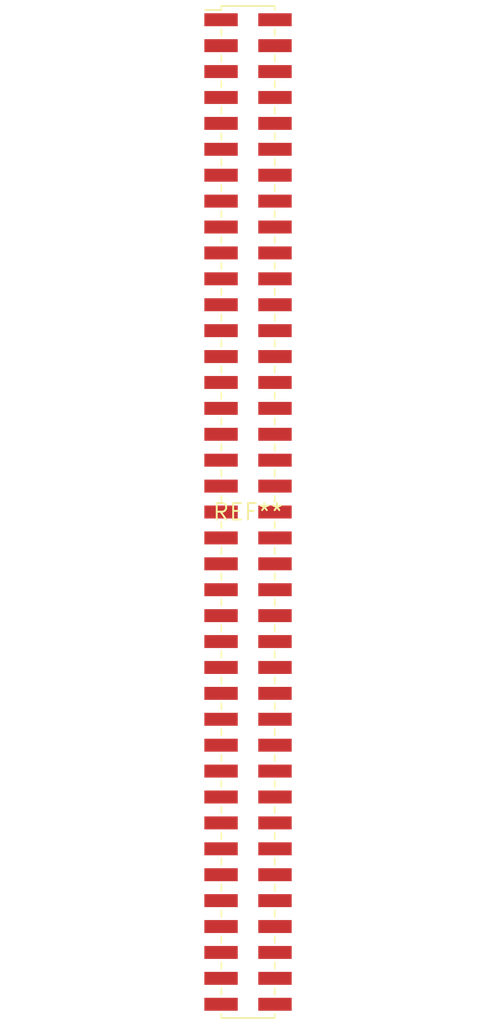
<source format=kicad_pcb>
(kicad_pcb (version 20240108) (generator pcbnew)
  (layers (0 "F.Cu" signal) (31 "B.Cu" signal) (34 "B.Paste" user) (35 "F.Paste" user) (36 "B.SilkS" user "B.Silkscreen") (37 "F.SilkS" user "F.Silkscreen") (38 "B.Mask" user) (39 "F.Mask" user) (44 "Edge.Cuts" user))
  (net 0 "")
  (footprint "PinHeader_2x39_P2.00mm_Vertical_SMD" (layer "F.Cu") (at 0 0)
    (property "Reference" "REF**")
    (property "Value" "PinHeader_2x39_P2.00mm_Vertical_SMD")
    (fp_line (start -3.315 -38.76) (end -2.06 -38.76) (layer "F.SilkS") (stroke (width 0.12)))
    (fp_line (start -2.06 -39.06) (end -2.06 -38.76) (layer "F.SilkS") (stroke (width 0.12)))
    (fp_line (start -2.06 -39.06) (end 2.06 -39.06) (layer "F.SilkS") (stroke (width 0.12)))
    (fp_line (start -2.06 -37.24) (end -2.06 -36.76) (layer "F.SilkS") (stroke (width 0.12)))
    (fp_line (start -2.06 -35.24) (end -2.06 -34.76) (layer "F.SilkS") (stroke (width 0.12)))
    (fp_line (start -2.06 -33.24) (end -2.06 -32.76) (layer "F.SilkS") (stroke (width 0.12)))
    (fp_line (start -2.06 -31.24) (end -2.06 -30.76) (layer "F.SilkS") (stroke (width 0.12)))
    (fp_line (start -2.06 -29.24) (end -2.06 -28.76) (layer "F.SilkS") (stroke (width 0.12)))
    (fp_line (start -2.06 -27.24) (end -2.06 -26.76) (layer "F.SilkS") (stroke (width 0.12)))
    (fp_line (start -2.06 -25.24) (end -2.06 -24.76) (layer "F.SilkS") (stroke (width 0.12)))
    (fp_line (start -2.06 -23.24) (end -2.06 -22.76) (layer "F.SilkS") (stroke (width 0.12)))
    (fp_line (start -2.06 -21.24) (end -2.06 -20.76) (layer "F.SilkS") (stroke (width 0.12)))
    (fp_line (start -2.06 -19.24) (end -2.06 -18.76) (layer "F.SilkS") (stroke (width 0.12)))
    (fp_line (start -2.06 -17.24) (end -2.06 -16.76) (layer "F.SilkS") (stroke (width 0.12)))
    (fp_line (start -2.06 -15.24) (end -2.06 -14.76) (layer "F.SilkS") (stroke (width 0.12)))
    (fp_line (start -2.06 -13.24) (end -2.06 -12.76) (layer "F.SilkS") (stroke (width 0.12)))
    (fp_line (start -2.06 -11.24) (end -2.06 -10.76) (layer "F.SilkS") (stroke (width 0.12)))
    (fp_line (start -2.06 -9.24) (end -2.06 -8.76) (layer "F.SilkS") (stroke (width 0.12)))
    (fp_line (start -2.06 -7.24) (end -2.06 -6.76) (layer "F.SilkS") (stroke (width 0.12)))
    (fp_line (start -2.06 -5.24) (end -2.06 -4.76) (layer "F.SilkS") (stroke (width 0.12)))
    (fp_line (start -2.06 -3.24) (end -2.06 -2.76) (layer "F.SilkS") (stroke (width 0.12)))
    (fp_line (start -2.06 -1.24) (end -2.06 -0.76) (layer "F.SilkS") (stroke (width 0.12)))
    (fp_line (start -2.06 0.76) (end -2.06 1.24) (layer "F.SilkS") (stroke (width 0.12)))
    (fp_line (start -2.06 2.76) (end -2.06 3.24) (layer "F.SilkS") (stroke (width 0.12)))
    (fp_line (start -2.06 4.76) (end -2.06 5.24) (layer "F.SilkS") (stroke (width 0.12)))
    (fp_line (start -2.06 6.76) (end -2.06 7.24) (layer "F.SilkS") (stroke (width 0.12)))
    (fp_line (start -2.06 8.76) (end -2.06 9.24) (layer "F.SilkS") (stroke (width 0.12)))
    (fp_line (start -2.06 10.76) (end -2.06 11.24) (layer "F.SilkS") (stroke (width 0.12)))
    (fp_line (start -2.06 12.76) (end -2.06 13.24) (layer "F.SilkS") (stroke (width 0.12)))
    (fp_line (start -2.06 14.76) (end -2.06 15.24) (layer "F.SilkS") (stroke (width 0.12)))
    (fp_line (start -2.06 16.76) (end -2.06 17.24) (layer "F.SilkS") (stroke (width 0.12)))
    (fp_line (start -2.06 18.76) (end -2.06 19.24) (layer "F.SilkS") (stroke (width 0.12)))
    (fp_line (start -2.06 20.76) (end -2.06 21.24) (layer "F.SilkS") (stroke (width 0.12)))
    (fp_line (start -2.06 22.76) (end -2.06 23.24) (layer "F.SilkS") (stroke (width 0.12)))
    (fp_line (start -2.06 24.76) (end -2.06 25.24) (layer "F.SilkS") (stroke (width 0.12)))
    (fp_line (start -2.06 26.76) (end -2.06 27.24) (layer "F.SilkS") (stroke (width 0.12)))
    (fp_line (start -2.06 28.76) (end -2.06 29.24) (layer "F.SilkS") (stroke (width 0.12)))
    (fp_line (start -2.06 30.76) (end -2.06 31.24) (layer "F.SilkS") (stroke (width 0.12)))
    (fp_line (start -2.06 32.76) (end -2.06 33.24) (layer "F.SilkS") (stroke (width 0.12)))
    (fp_line (start -2.06 34.76) (end -2.06 35.24) (layer "F.SilkS") (stroke (width 0.12)))
    (fp_line (start -2.06 36.76) (end -2.06 37.24) (layer "F.SilkS") (stroke (width 0.12)))
    (fp_line (start -2.06 38.76) (end -2.06 39.06) (layer "F.SilkS") (stroke (width 0.12)))
    (fp_line (start -2.06 39.06) (end 2.06 39.06) (layer "F.SilkS") (stroke (width 0.12)))
    (fp_line (start 2.06 -39.06) (end 2.06 -38.76) (layer "F.SilkS") (stroke (width 0.12)))
    (fp_line (start 2.06 -37.24) (end 2.06 -36.76) (layer "F.SilkS") (stroke (width 0.12)))
    (fp_line (start 2.06 -35.24) (end 2.06 -34.76) (layer "F.SilkS") (stroke (width 0.12)))
    (fp_line (start 2.06 -33.24) (end 2.06 -32.76) (layer "F.SilkS") (stroke (width 0.12)))
    (fp_line (start 2.06 -31.24) (end 2.06 -30.76) (layer "F.SilkS") (stroke (width 0.12)))
    (fp_line (start 2.06 -29.24) (end 2.06 -28.76) (layer "F.SilkS") (stroke (width 0.12)))
    (fp_line (start 2.06 -27.24) (end 2.06 -26.76) (layer "F.SilkS") (stroke (width 0.12)))
    (fp_line (start 2.06 -25.24) (end 2.06 -24.76) (layer "F.SilkS") (stroke (width 0.12)))
    (fp_line (start 2.06 -23.24) (end 2.06 -22.76) (layer "F.SilkS") (stroke (width 0.12)))
    (fp_line (start 2.06 -21.24) (end 2.06 -20.76) (layer "F.SilkS") (stroke (width 0.12)))
    (fp_line (start 2.06 -19.24) (end 2.06 -18.76) (layer "F.SilkS") (stroke (width 0.12)))
    (fp_line (start 2.06 -17.24) (end 2.06 -16.76) (layer "F.SilkS") (stroke (width 0.12)))
    (fp_line (start 2.06 -15.24) (end 2.06 -14.76) (layer "F.SilkS") (stroke (width 0.12)))
    (fp_line (start 2.06 -13.24) (end 2.06 -12.76) (layer "F.SilkS") (stroke (width 0.12)))
    (fp_line (start 2.06 -11.24) (end 2.06 -10.76) (layer "F.SilkS") (stroke (width 0.12)))
    (fp_line (start 2.06 -9.24) (end 2.06 -8.76) (layer "F.SilkS") (stroke (width 0.12)))
    (fp_line (start 2.06 -7.24) (end 2.06 -6.76) (layer "F.SilkS") (stroke (width 0.12)))
    (fp_line (start 2.06 -5.24) (end 2.06 -4.76) (layer "F.SilkS") (stroke (width 0.12)))
    (fp_line (start 2.06 -3.24) (end 2.06 -2.76) (layer "F.SilkS") (stroke (width 0.12)))
    (fp_line (start 2.06 -1.24) (end 2.06 -0.76) (layer "F.SilkS") (stroke (width 0.12)))
    (fp_line (start 2.06 0.76) (end 2.06 1.24) (layer "F.SilkS") (stroke (width 0.12)))
    (fp_line (start 2.06 2.76) (end 2.06 3.24) (layer "F.SilkS") (stroke (width 0.12)))
    (fp_line (start 2.06 4.76) (end 2.06 5.24) (layer "F.SilkS") (stroke (width 0.12)))
    (fp_line (start 2.06 6.76) (end 2.06 7.24) (layer "F.SilkS") (stroke (width 0.12)))
    (fp_line (start 2.06 8.76) (end 2.06 9.24) (layer "F.SilkS") (stroke (width 0.12)))
    (fp_line (start 2.06 10.76) (end 2.06 11.24) (layer "F.SilkS") (stroke (width 0.12)))
    (fp_line (start 2.06 12.76) (end 2.06 13.24) (layer "F.SilkS") (stroke (width 0.12)))
    (fp_line (start 2.06 14.76) (end 2.06 15.24) (layer "F.SilkS") (stroke (width 0.12)))
    (fp_line (start 2.06 16.76) (end 2.06 17.24) (layer "F.SilkS") (stroke (width 0.12)))
    (fp_line (start 2.06 18.76) (end 2.06 19.24) (layer "F.SilkS") (stroke (width 0.12)))
    (fp_line (start 2.06 20.76) (end 2.06 21.24) (layer "F.SilkS") (stroke (width 0.12)))
    (fp_line (start 2.06 22.76) (end 2.06 23.24) (layer "F.SilkS") (stroke (width 0.12)))
    (fp_line (start 2.06 24.76) (end 2.06 25.24) (layer "F.SilkS") (stroke (width 0.12)))
    (fp_line (start 2.06 26.76) (end 2.06 27.24) (layer "F.SilkS") (stroke (width 0.12)))
    (fp_line (start 2.06 28.76) (end 2.06 29.24) (layer "F.SilkS") (stroke (width 0.12)))
    (fp_line (start 2.06 30.76) (end 2.06 31.24) (layer "F.SilkS") (stroke (width 0.12)))
    (fp_line (start 2.06 32.76) (end 2.06 33.24) (layer "F.SilkS") (stroke (width 0.12)))
    (fp_line (start 2.06 34.76) (end 2.06 35.24) (layer "F.SilkS") (stroke (width 0.12)))
    (fp_line (start 2.06 36.76) (end 2.06 37.24) (layer "F.SilkS") (stroke (width 0.12)))
    (fp_line (start 2.06 38.76) (end 2.06 39.06) (layer "F.SilkS") (stroke (width 0.12)))
    (pad "1" smd rect (at -2.085 -38) (size 2.58 1) (layers "F.Cu" "F.Paste" "F.Mask"))
    (pad "2" smd rect (at 2.085 -38) (size 2.58 1) (layers "F.Cu" "F.Paste" "F.Mask"))
    (pad "3" smd rect (at -2.085 -36) (size 2.58 1) (layers "F.Cu" "F.Paste" "F.Mask"))
    (pad "4" smd rect (at 2.085 -36) (size 2.58 1) (layers "F.Cu" "F.Paste" "F.Mask"))
    (pad "5" smd rect (at -2.085 -34) (size 2.58 1) (layers "F.Cu" "F.Paste" "F.Mask"))
    (pad "6" smd rect (at 2.085 -34) (size 2.58 1) (layers "F.Cu" "F.Paste" "F.Mask"))
    (pad "7" smd rect (at -2.085 -32) (size 2.58 1) (layers "F.Cu" "F.Paste" "F.Mask"))
    (pad "8" smd rect (at 2.085 -32) (size 2.58 1) (layers "F.Cu" "F.Paste" "F.Mask"))
    (pad "9" smd rect (at -2.085 -30) (size 2.58 1) (layers "F.Cu" "F.Paste" "F.Mask"))
    (pad "10" smd rect (at 2.085 -30) (size 2.58 1) (layers "F.Cu" "F.Paste" "F.Mask"))
    (pad "11" smd rect (at -2.085 -28) (size 2.58 1) (layers "F.Cu" "F.Paste" "F.Mask"))
    (pad "12" smd rect (at 2.085 -28) (size 2.58 1) (layers "F.Cu" "F.Paste" "F.Mask"))
    (pad "13" smd rect (at -2.085 -26) (size 2.58 1) (layers "F.Cu" "F.Paste" "F.Mask"))
    (pad "14" smd rect (at 2.085 -26) (size 2.58 1) (layers "F.Cu" "F.Paste" "F.Mask"))
    (pad "15" smd rect (at -2.085 -24) (size 2.58 1) (layers "F.Cu" "F.Paste" "F.Mask"))
    (pad "16" smd rect (at 2.085 -24) (size 2.58 1) (layers "F.Cu" "F.Paste" "F.Mask"))
    (pad "17" smd rect (at -2.085 -22) (size 2.58 1) (layers "F.Cu" "F.Paste" "F.Mask"))
    (pad "18" smd rect (at 2.085 -22) (size 2.58 1) (layers "F.Cu" "F.Paste" "F.Mask"))
    (pad "19" smd rect (at -2.085 -20) (size 2.58 1) (layers "F.Cu" "F.Paste" "F.Mask"))
    (pad "20" smd rect (at 2.085 -20) (size 2.58 1) (layers "F.Cu" "F.Paste" "F.Mask"))
    (pad "21" smd rect (at -2.085 -18) (size 2.58 1) (layers "F.Cu" "F.Paste" "F.Mask"))
    (pad "22" smd rect (at 2.085 -18) (size 2.58 1) (layers "F.Cu" "F.Paste" "F.Mask"))
    (pad "23" smd rect (at -2.085 -16) (size 2.58 1) (layers "F.Cu" "F.Paste" "F.Mask"))
    (pad "24" smd rect (at 2.085 -16) (size 2.58 1) (layers "F.Cu" "F.Paste" "F.Mask"))
    (pad "25" smd rect (at -2.085 -14) (size 2.58 1) (layers "F.Cu" "F.Paste" "F.Mask"))
    (pad "26" smd rect (at 2.085 -14) (size 2.58 1) (layers "F.Cu" "F.Paste" "F.Mask"))
    (pad "27" smd rect (at -2.085 -12) (size 2.58 1) (layers "F.Cu" "F.Paste" "F.Mask"))
    (pad "28" smd rect (at 2.085 -12) (size 2.58 1) (layers "F.Cu" "F.Paste" "F.Mask"))
    (pad "29" smd rect (at -2.085 -10) (size 2.58 1) (layers "F.Cu" "F.Paste" "F.Mask"))
    (pad "30" smd rect (at 2.085 -10) (size 2.58 1) (layers "F.Cu" "F.Paste" "F.Mask"))
    (pad "31" smd rect (at -2.085 -8) (size 2.58 1) (layers "F.Cu" "F.Paste" "F.Mask"))
    (pad "32" smd rect (at 2.085 -8) (size 2.58 1) (layers "F.Cu" "F.Paste" "F.Mask"))
    (pad "33" smd rect (at -2.085 -6) (size 2.58 1) (layers "F.Cu" "F.Paste" "F.Mask"))
    (pad "34" smd rect (at 2.085 -6) (size 2.58 1) (layers "F.Cu" "F.Paste" "F.Mask"))
    (pad "35" smd rect (at -2.085 -4) (size 2.58 1) (layers "F.Cu" "F.Paste" "F.Mask"))
    (pad "36" smd rect (at 2.085 -4) (size 2.58 1) (layers "F.Cu" "F.Paste" "F.Mask"))
    (pad "37" smd rect (at -2.085 -2) (size 2.58 1) (layers "F.Cu" "F.Paste" "F.Mask"))
    (pad "38" smd rect (at 2.085 -2) (size 2.58 1) (layers "F.Cu" "F.Paste" "F.Mask"))
    (pad "39" smd rect (at -2.085 0) (size 2.58 1) (layers "F.Cu" "F.Paste" "F.Mask"))
    (pad "40" smd rect (at 2.085 0) (size 2.58 1) (layers "F.Cu" "F.Paste" "F.Mask"))
    (pad "41" smd rect (at -2.085 2) (size 2.58 1) (layers "F.Cu" "F.Paste" "F.Mask"))
    (pad "42" smd rect (at 2.085 2) (size 2.58 1) (layers "F.Cu" "F.Paste" "F.Mask"))
    (pad "43" smd rect (at -2.085 4) (size 2.58 1) (layers "F.Cu" "F.Paste" "F.Mask"))
    (pad "44" smd rect (at 2.085 4) (size 2.58 1) (layers "F.Cu" "F.Paste" "F.Mask"))
    (pad "45" smd rect (at -2.085 6) (size 2.58 1) (layers "F.Cu" "F.Paste" "F.Mask"))
    (pad "46" smd rect (at 2.085 6) (size 2.58 1) (layers "F.Cu" "F.Paste" "F.Mask"))
    (pad "47" smd rect (at -2.085 8) (size 2.58 1) (layers "F.Cu" "F.Paste" "F.Mask"))
    (pad "48" smd rect (at 2.085 8) (size 2.58 1) (layers "F.Cu" "F.Paste" "F.Mask"))
    (pad "49" smd rect (at -2.085 10) (size 2.58 1) (layers "F.Cu" "F.Paste" "F.Mask"))
    (pad "50" smd rect (at 2.085 10) (size 2.58 1) (layers "F.Cu" "F.Paste" "F.Mask"))
    (pad "51" smd rect (at -2.085 12) (size 2.58 1) (layers "F.Cu" "F.Paste" "F.Mask"))
    (pad "52" smd rect (at 2.085 12) (size 2.58 1) (layers "F.Cu" "F.Paste" "F.Mask"))
    (pad "53" smd rect (at -2.085 14) (size 2.58 1) (layers "F.Cu" "F.Paste" "F.Mask"))
    (pad "54" smd rect (at 2.085 14) (size 2.58 1) (layers "F.Cu" "F.Paste" "F.Mask"))
    (pad "55" smd rect (at -2.085 16) (size 2.58 1) (layers "F.Cu" "F.Paste" "F.Mask"))
    (pad "56" smd rect (at 2.085 16) (size 2.58 1) (layers "F.Cu" "F.Paste" "F.Mask"))
    (pad "57" smd rect (at -2.085 18) (size 2.58 1) (layers "F.Cu" "F.Paste" "F.Mask"))
    (pad "58" smd rect (at 2.085 18) (size 2.58 1) (layers "F.Cu" "F.Paste" "F.Mask"))
    (pad "59" smd rect (at -2.085 20) (size 2.58 1) (layers "F.Cu" "F.Paste" "F.Mask"))
    (pad "60" smd rect (at 2.085 20) (size 2.58 1) (layers "F.Cu" "F.Paste" "F.Mask"))
    (pad "61" smd rect (at -2.085 22) (size 2.58 1) (layers "F.Cu" "F.Paste" "F.Mask"))
    (pad "62" smd rect (at 2.085 22) (size 2.58 1) (layers "F.Cu" "F.Paste" "F.Mask"))
    (pad "63" smd rect (at -2.085 24) (size 2.58 1) (layers "F.Cu" "F.Paste" "F.Mask"))
    (pad "64" smd rect (at 2.085 24) (size 2.58 1) (layers "F.Cu" "F.Paste" "F.Mask"))
    (pad "65" smd rect (at -2.085 26) (size 2.58 1) (layers "F.Cu" "F.Paste" "F.Mask"))
    (pad "66" smd rect (at 2.085 26) (size 2.58 1) (layers "F.Cu" "F.Paste" "F.Mask"))
    (pad "67" smd rect (at -2.085 28) (size 2.58 1) (layers "F.Cu" "F.Paste" "F.Mask"))
    (pad "68" smd rect (at 2.085 28) (size 2.58 1) (layers "F.Cu" "F.Paste" "F.Mask"))
    (pad "69" smd rect (at -2.085 30) (size 2.58 1) (layers "F.Cu" "F.Paste" "F.Mask"))
    (pad "70" smd rect (at 2.085 30) (size 2.58 1) (layers "F.Cu" "F.Paste" "F.Mask"))
    (pad "71" smd rect (at -2.085 32) (size 2.58 1) (layers "F.Cu" "F.Paste" "F.Mask"))
    (pad "72" smd rect (at 2.085 32) (size 2.58 1) (layers "F.Cu" "F.Paste" "F.Mask"))
    (pad "73" smd rect (at -2.085 34) (size 2.58 1) (layers "F.Cu" "F.Paste" "F.Mask"))
    (pad "74" smd rect (at 2.085 34) (size 2.58 1) (layers "F.Cu" "F.Paste" "F.Mask"))
    (pad "75" smd rect (at -2.085 36) (size 2.58 1) (layers "F.Cu" "F.Paste" "F.Mask"))
    (pad "76" smd rect (at 2.085 36) (size 2.58 1) (layers "F.Cu" "F.Paste" "F.Mask"))
    (pad "77" smd rect (at -2.085 38) (size 2.58 1) (layers "F.Cu" "F.Paste" "F.Mask"))
    (pad "78" smd rect (at 2.085 38) (size 2.58 1) (layers "F.Cu" "F.Paste" "F.Mask"))
  )
)
</source>
